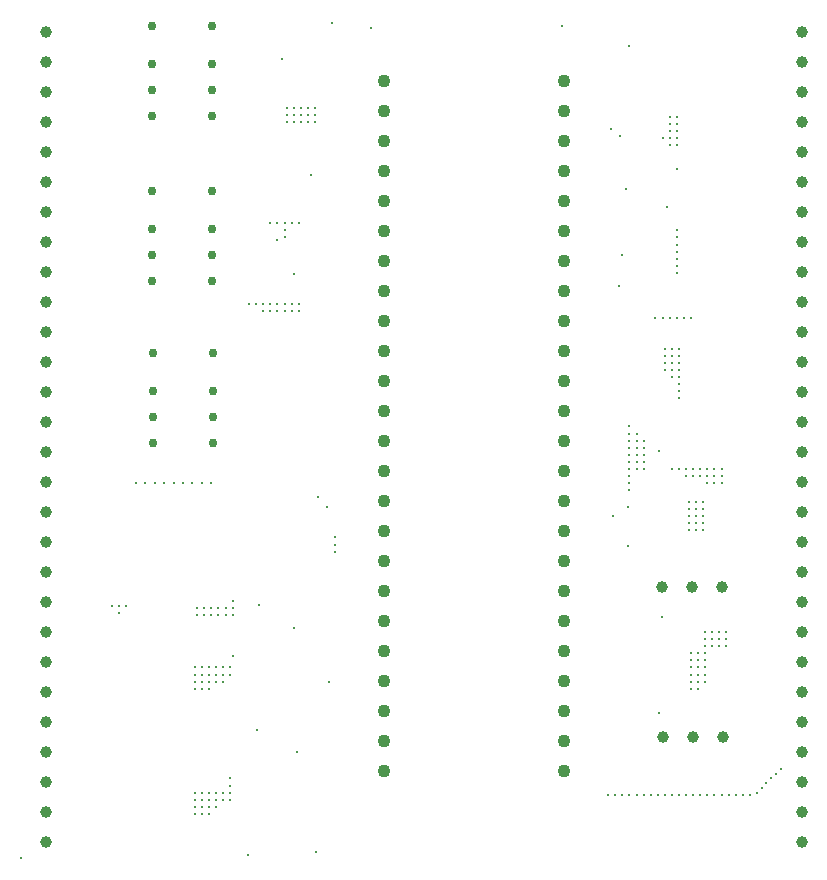
<source format=gbr>
%TF.GenerationSoftware,KiCad,Pcbnew,9.0.2*%
%TF.CreationDate,2025-06-04T20:08:17+07:00*%
%TF.ProjectId,VCU,5643552e-6b69-4636-9164-5f7063625858,rev?*%
%TF.SameCoordinates,Original*%
%TF.FileFunction,Plated,1,2,PTH,Drill*%
%TF.FilePolarity,Positive*%
%FSLAX46Y46*%
G04 Gerber Fmt 4.6, Leading zero omitted, Abs format (unit mm)*
G04 Created by KiCad (PCBNEW 9.0.2) date 2025-06-04 20:08:17*
%MOMM*%
%LPD*%
G01*
G04 APERTURE LIST*
%TA.AperFunction,ViaDrill*%
%ADD10C,0.250000*%
%TD*%
%TA.AperFunction,ViaDrill*%
%ADD11C,0.300000*%
%TD*%
%TA.AperFunction,ComponentDrill*%
%ADD12C,0.762000*%
%TD*%
%TA.AperFunction,ComponentDrill*%
%ADD13C,1.000000*%
%TD*%
%TA.AperFunction,ComponentDrill*%
%ADD14C,1.100000*%
%TD*%
G04 APERTURE END LIST*
D10*
X77900000Y-147900000D03*
X85600000Y-126600000D03*
X86200000Y-126600000D03*
X86200000Y-127200000D03*
X86800000Y-126600000D03*
X87600000Y-116200000D03*
X88400000Y-116200000D03*
X89200000Y-116200000D03*
X90000000Y-116200000D03*
X90800000Y-116200000D03*
X91600000Y-116200000D03*
X92400000Y-116200000D03*
X92600000Y-131800000D03*
X92600000Y-132400000D03*
X92600000Y-133000000D03*
X92600000Y-133600000D03*
X92600000Y-142400000D03*
X92600000Y-143000000D03*
X92600000Y-143600000D03*
X92600000Y-144200000D03*
X92800000Y-126800000D03*
X92800000Y-127400000D03*
X93200000Y-116200000D03*
X93200000Y-131800000D03*
X93200000Y-132400000D03*
X93200000Y-133000000D03*
X93200000Y-133600000D03*
X93200000Y-142400000D03*
X93200000Y-143000000D03*
X93200000Y-143600000D03*
X93200000Y-144200000D03*
X93400000Y-126800000D03*
X93400000Y-127400000D03*
X93800000Y-131800000D03*
X93800000Y-132400000D03*
X93800000Y-133000000D03*
X93800000Y-133600000D03*
X93800000Y-142400000D03*
X93800000Y-143000000D03*
X93800000Y-143600000D03*
X93800000Y-144200000D03*
X94000000Y-116200000D03*
X94000000Y-126800000D03*
X94000000Y-127400000D03*
X94400000Y-131800000D03*
X94400000Y-132400000D03*
X94400000Y-133000000D03*
X94400000Y-142400000D03*
X94400000Y-143000000D03*
X94400000Y-143600000D03*
X94600000Y-126800000D03*
X94600000Y-127400000D03*
X95000000Y-131800000D03*
X95000000Y-132400000D03*
X95000000Y-133000000D03*
X95000000Y-142400000D03*
X95000000Y-143000000D03*
X95200000Y-126800000D03*
X95200000Y-127400000D03*
X95600000Y-131800000D03*
X95600000Y-132400000D03*
X95600000Y-141200000D03*
X95600000Y-141800000D03*
X95600000Y-142400000D03*
X95600000Y-143000000D03*
X95800000Y-126200000D03*
X95800000Y-126800000D03*
X95800000Y-127400000D03*
X97112500Y-147687500D03*
X97200000Y-101000000D03*
X97800000Y-101000000D03*
X97875000Y-137125000D03*
X98000000Y-126500000D03*
X98400000Y-101000000D03*
X98400000Y-101600000D03*
X99000000Y-94200000D03*
X99000000Y-101000000D03*
X99000000Y-101600000D03*
X99600000Y-94200000D03*
X99600000Y-95600000D03*
X99600000Y-101000000D03*
X99600000Y-101600000D03*
X100200000Y-94200000D03*
X100200000Y-94800000D03*
X100200000Y-95400000D03*
X100200000Y-101000000D03*
X100200000Y-101600000D03*
X100400000Y-84400000D03*
X100400000Y-85000000D03*
X100400000Y-85600000D03*
X100800000Y-94200000D03*
X100800000Y-101000000D03*
X100800000Y-101600000D03*
X101000000Y-84400000D03*
X101000000Y-85000000D03*
X101000000Y-85600000D03*
X101400000Y-94200000D03*
X101400000Y-101000000D03*
X101400000Y-101600000D03*
X101600000Y-84400000D03*
X101600000Y-85000000D03*
X101600000Y-85600000D03*
X102200000Y-84400000D03*
X102200000Y-85000000D03*
X102200000Y-85600000D03*
X102800000Y-84400000D03*
X102800000Y-85000000D03*
X102800000Y-85600000D03*
X102900000Y-147400000D03*
X103000000Y-117400000D03*
X103800000Y-118200000D03*
X104500000Y-120800000D03*
X104500000Y-121400000D03*
X107500000Y-77700000D03*
X123700000Y-77500000D03*
X127600000Y-142600000D03*
X128000000Y-119000000D03*
X128200000Y-142600000D03*
X128500000Y-99500000D03*
X128800000Y-142600000D03*
X129400000Y-111400000D03*
X129400000Y-112000000D03*
X129400000Y-112600000D03*
X129400000Y-113200000D03*
X129400000Y-113800000D03*
X129400000Y-114400000D03*
X129400000Y-115000000D03*
X129400000Y-115600000D03*
X129400000Y-116200000D03*
X129400000Y-116800000D03*
X129400000Y-142600000D03*
X130000000Y-112000000D03*
X130000000Y-112600000D03*
X130000000Y-113200000D03*
X130000000Y-113800000D03*
X130000000Y-114400000D03*
X130000000Y-115000000D03*
X130000000Y-142600000D03*
X130600000Y-112600000D03*
X130600000Y-113200000D03*
X130600000Y-113800000D03*
X130600000Y-114400000D03*
X130600000Y-115000000D03*
X130600000Y-142600000D03*
X131200000Y-142600000D03*
X131600000Y-102200000D03*
X131800000Y-142600000D03*
X131862500Y-113500000D03*
X131900000Y-135700000D03*
X132170000Y-127500000D03*
X132200000Y-87000000D03*
X132200000Y-102200000D03*
X132400000Y-104800000D03*
X132400000Y-105400000D03*
X132400000Y-106000000D03*
X132400000Y-106600000D03*
X132400000Y-142600000D03*
X132600000Y-92800000D03*
X132800000Y-85200000D03*
X132800000Y-85800000D03*
X132800000Y-86400000D03*
X132800000Y-87000000D03*
X132800000Y-87600000D03*
X132800000Y-102200000D03*
X133000000Y-104800000D03*
X133000000Y-105400000D03*
X133000000Y-106000000D03*
X133000000Y-106600000D03*
X133000000Y-107200000D03*
X133000000Y-115000000D03*
X133000000Y-142600000D03*
X133400000Y-85200000D03*
X133400000Y-85800000D03*
X133400000Y-86400000D03*
X133400000Y-87000000D03*
X133400000Y-87600000D03*
X133400000Y-89600000D03*
X133400000Y-94800000D03*
X133400000Y-95400000D03*
X133400000Y-96000000D03*
X133400000Y-96600000D03*
X133400000Y-97200000D03*
X133400000Y-97800000D03*
X133400000Y-98400000D03*
X133400000Y-102200000D03*
X133600000Y-104800000D03*
X133600000Y-105400000D03*
X133600000Y-106000000D03*
X133600000Y-106600000D03*
X133600000Y-107200000D03*
X133600000Y-107800000D03*
X133600000Y-108400000D03*
X133600000Y-109000000D03*
X133600000Y-115000000D03*
X133600000Y-142600000D03*
X134000000Y-102200000D03*
X134200000Y-115000000D03*
X134200000Y-115600000D03*
X134200000Y-142600000D03*
X134400000Y-117800000D03*
X134400000Y-118400000D03*
X134400000Y-119000000D03*
X134400000Y-119600000D03*
X134400000Y-120200000D03*
X134600000Y-102200000D03*
X134600000Y-130600000D03*
X134600000Y-131200000D03*
X134600000Y-131800000D03*
X134600000Y-132400000D03*
X134600000Y-133000000D03*
X134600000Y-133600000D03*
X134800000Y-115000000D03*
X134800000Y-115600000D03*
X134800000Y-142600000D03*
X135000000Y-117800000D03*
X135000000Y-118400000D03*
X135000000Y-119000000D03*
X135000000Y-119600000D03*
X135000000Y-120200000D03*
X135200000Y-130600000D03*
X135200000Y-131200000D03*
X135200000Y-131800000D03*
X135200000Y-132400000D03*
X135200000Y-133000000D03*
X135200000Y-133600000D03*
X135400000Y-115000000D03*
X135400000Y-115600000D03*
X135400000Y-142600000D03*
X135600000Y-117800000D03*
X135600000Y-118400000D03*
X135600000Y-119000000D03*
X135600000Y-119600000D03*
X135600000Y-120200000D03*
X135800000Y-128800000D03*
X135800000Y-129400000D03*
X135800000Y-130000000D03*
X135800000Y-130600000D03*
X135800000Y-131200000D03*
X135800000Y-131800000D03*
X135800000Y-132400000D03*
X135800000Y-133000000D03*
X136000000Y-115000000D03*
X136000000Y-115600000D03*
X136000000Y-116200000D03*
X136000000Y-142600000D03*
X136400000Y-128800000D03*
X136400000Y-129400000D03*
X136400000Y-130000000D03*
X136600000Y-115000000D03*
X136600000Y-115600000D03*
X136600000Y-116200000D03*
X136600000Y-142600000D03*
X137000000Y-128800000D03*
X137000000Y-129400000D03*
X137000000Y-130000000D03*
X137200000Y-115000000D03*
X137200000Y-115600000D03*
X137200000Y-116200000D03*
X137200000Y-142600000D03*
X137600000Y-128800000D03*
X137600000Y-129400000D03*
X137600000Y-130000000D03*
X137800000Y-142600000D03*
X138400000Y-142600000D03*
X139000000Y-142600000D03*
X139600000Y-142600000D03*
X140200000Y-142400000D03*
X140600000Y-142000000D03*
X141000000Y-141600000D03*
X141400000Y-141200000D03*
X141800000Y-140800000D03*
X142200000Y-140400000D03*
D11*
X95800000Y-130792500D03*
X100000000Y-80250000D03*
X101000000Y-98500000D03*
X101000000Y-128500000D03*
X101250000Y-139000000D03*
X102400000Y-90100000D03*
X104000000Y-133000000D03*
X104250000Y-77250000D03*
X104500000Y-122000000D03*
X127800000Y-86200000D03*
X128600000Y-86800000D03*
X128800000Y-96865000D03*
X129100000Y-91300000D03*
X129250000Y-118250000D03*
X129250000Y-121500000D03*
X129350000Y-79200000D03*
D12*
%TO.C,K1*%
X88945000Y-77472500D03*
X88945000Y-80672501D03*
X88945000Y-82872502D03*
X88945000Y-85072500D03*
%TO.C,K2*%
X88945000Y-91472500D03*
X88945000Y-94672501D03*
X88945000Y-96872502D03*
X88945000Y-99072500D03*
%TO.C,K3*%
X89060000Y-105170800D03*
X89060000Y-108370801D03*
X89060000Y-110570802D03*
X89060000Y-112770800D03*
%TO.C,K1*%
X94025000Y-77472500D03*
X94025000Y-80672501D03*
X94025000Y-82872502D03*
X94025000Y-85072500D03*
%TO.C,K2*%
X94025000Y-91472500D03*
X94025000Y-94672501D03*
X94025000Y-96872502D03*
X94025000Y-99072500D03*
%TO.C,K3*%
X94140000Y-105170800D03*
X94140000Y-108370801D03*
X94140000Y-110570802D03*
X94140000Y-112770800D03*
D13*
%TO.C,J1*%
X80000000Y-78000000D03*
X80000000Y-80540000D03*
X80000000Y-83080000D03*
X80000000Y-85620000D03*
X80000000Y-88160000D03*
X80000000Y-90700000D03*
X80000000Y-93240000D03*
X80000000Y-95780000D03*
X80000000Y-98320000D03*
X80000000Y-100860000D03*
X80000000Y-103400000D03*
X80000000Y-105940000D03*
X80000000Y-108480000D03*
X80000000Y-111020000D03*
X80000000Y-113560000D03*
X80000000Y-116100000D03*
X80000000Y-118640000D03*
X80000000Y-121180000D03*
X80000000Y-123720000D03*
X80000000Y-126260000D03*
X80000000Y-128800000D03*
X80000000Y-131340000D03*
X80000000Y-133880000D03*
X80000000Y-136420000D03*
X80000000Y-138960000D03*
X80000000Y-141500000D03*
X80000000Y-144040000D03*
X80000000Y-146580000D03*
%TO.C,ADS2*%
X132170000Y-125000000D03*
%TO.C,ADS1*%
X132270000Y-137725000D03*
%TO.C,ADS2*%
X134710000Y-125000000D03*
%TO.C,ADS1*%
X134810000Y-137725000D03*
%TO.C,ADS2*%
X137250000Y-125000000D03*
%TO.C,ADS1*%
X137350000Y-137725000D03*
%TO.C,J2*%
X144000000Y-78000000D03*
X144000000Y-80540000D03*
X144000000Y-83080000D03*
X144000000Y-85620000D03*
X144000000Y-88160000D03*
X144000000Y-90700000D03*
X144000000Y-93240000D03*
X144000000Y-95780000D03*
X144000000Y-98320000D03*
X144000000Y-100860000D03*
X144000000Y-103400000D03*
X144000000Y-105940000D03*
X144000000Y-108480000D03*
X144000000Y-111020000D03*
X144000000Y-113560000D03*
X144000000Y-116100000D03*
X144000000Y-118640000D03*
X144000000Y-121180000D03*
X144000000Y-123720000D03*
X144000000Y-126260000D03*
X144000000Y-128800000D03*
X144000000Y-131340000D03*
X144000000Y-133880000D03*
X144000000Y-136420000D03*
X144000000Y-138960000D03*
X144000000Y-141500000D03*
X144000000Y-144040000D03*
X144000000Y-146580000D03*
D14*
%TO.C,Teensy4.1*%
X108580000Y-82190000D03*
X108580000Y-84730000D03*
X108580000Y-87270000D03*
X108580000Y-89810000D03*
X108580000Y-92350000D03*
X108580000Y-94890000D03*
X108580000Y-97430000D03*
X108580000Y-99970000D03*
X108580000Y-102510000D03*
X108580000Y-105050000D03*
X108580000Y-107590000D03*
X108580000Y-110130000D03*
X108580000Y-112670000D03*
X108580000Y-115210000D03*
X108580000Y-117750000D03*
X108580000Y-120290000D03*
X108580000Y-122830000D03*
X108580000Y-125370000D03*
X108580000Y-127910000D03*
X108580000Y-130450000D03*
X108580000Y-132990000D03*
X108580000Y-135530000D03*
X108580000Y-138070000D03*
X108580000Y-140610000D03*
X123820000Y-82190000D03*
X123820000Y-84730000D03*
X123820000Y-87270000D03*
X123820000Y-89810000D03*
X123820000Y-92350000D03*
X123820000Y-94890000D03*
X123820000Y-97430000D03*
X123820000Y-99970000D03*
X123820000Y-102510000D03*
X123820000Y-105050000D03*
X123820000Y-107590000D03*
X123820000Y-110130000D03*
X123820000Y-112670000D03*
X123820000Y-115210000D03*
X123820000Y-117750000D03*
X123820000Y-120290000D03*
X123820000Y-122830000D03*
X123820000Y-125370000D03*
X123820000Y-127910000D03*
X123820000Y-130450000D03*
X123820000Y-132990000D03*
X123820000Y-135530000D03*
X123820000Y-138070000D03*
X123820000Y-140610000D03*
M02*

</source>
